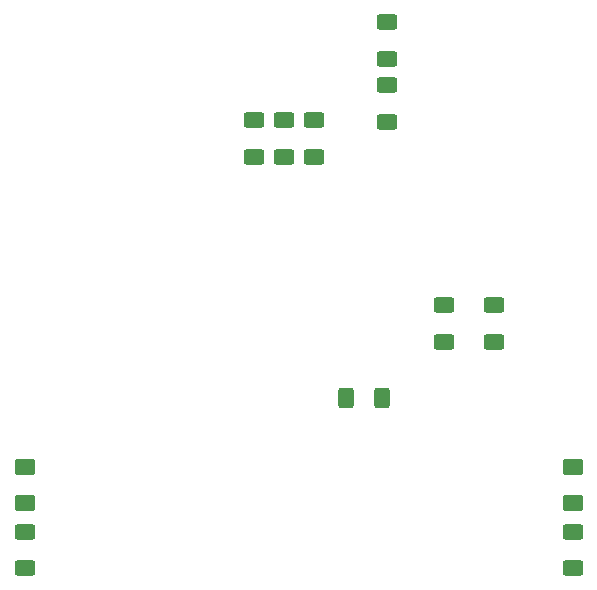
<source format=gbr>
%TF.GenerationSoftware,KiCad,Pcbnew,(7.0.0-0)*%
%TF.CreationDate,2023-06-23T15:16:10+02:00*%
%TF.ProjectId,RCcar,52436361-722e-46b6-9963-61645f706362,rev?*%
%TF.SameCoordinates,Original*%
%TF.FileFunction,Paste,Top*%
%TF.FilePolarity,Positive*%
%FSLAX46Y46*%
G04 Gerber Fmt 4.6, Leading zero omitted, Abs format (unit mm)*
G04 Created by KiCad (PCBNEW (7.0.0-0)) date 2023-06-23 15:16:10*
%MOMM*%
%LPD*%
G01*
G04 APERTURE LIST*
G04 Aperture macros list*
%AMRoundRect*
0 Rectangle with rounded corners*
0 $1 Rounding radius*
0 $2 $3 $4 $5 $6 $7 $8 $9 X,Y pos of 4 corners*
0 Add a 4 corners polygon primitive as box body*
4,1,4,$2,$3,$4,$5,$6,$7,$8,$9,$2,$3,0*
0 Add four circle primitives for the rounded corners*
1,1,$1+$1,$2,$3*
1,1,$1+$1,$4,$5*
1,1,$1+$1,$6,$7*
1,1,$1+$1,$8,$9*
0 Add four rect primitives between the rounded corners*
20,1,$1+$1,$2,$3,$4,$5,0*
20,1,$1+$1,$4,$5,$6,$7,0*
20,1,$1+$1,$6,$7,$8,$9,0*
20,1,$1+$1,$8,$9,$2,$3,0*%
G04 Aperture macros list end*
%ADD10RoundRect,0.250000X0.625000X-0.400000X0.625000X0.400000X-0.625000X0.400000X-0.625000X-0.400000X0*%
%ADD11RoundRect,0.250001X-0.624999X0.462499X-0.624999X-0.462499X0.624999X-0.462499X0.624999X0.462499X0*%
%ADD12RoundRect,0.250000X-0.625000X0.400000X-0.625000X-0.400000X0.625000X-0.400000X0.625000X0.400000X0*%
%ADD13RoundRect,0.250000X0.400000X0.625000X-0.400000X0.625000X-0.400000X-0.625000X0.400000X-0.625000X0*%
G04 APERTURE END LIST*
D10*
%TO.C,R12*%
X68700000Y-75600000D03*
X68700000Y-72500000D03*
%TD*%
%TO.C,R15*%
X79600000Y-94800000D03*
X79600000Y-91700000D03*
%TD*%
D11*
%TO.C,D3*%
X79600000Y-86262500D03*
X79600000Y-89237500D03*
%TD*%
D10*
%TO.C,R1*%
X33200000Y-94800000D03*
X33200000Y-91700000D03*
%TD*%
D12*
%TO.C,R5*%
X63900000Y-53900000D03*
X63900000Y-57000000D03*
%TD*%
%TO.C,R19*%
X57700000Y-56850000D03*
X57700000Y-59950000D03*
%TD*%
D11*
%TO.C,D1*%
X33200000Y-86262500D03*
X33200000Y-89237500D03*
%TD*%
D12*
%TO.C,R18*%
X55150000Y-56850000D03*
X55150000Y-59950000D03*
%TD*%
%TO.C,R14*%
X72950000Y-72500000D03*
X72950000Y-75600000D03*
%TD*%
%TO.C,R17*%
X52600000Y-56850000D03*
X52600000Y-59950000D03*
%TD*%
D10*
%TO.C,R4*%
X63900000Y-51650000D03*
X63900000Y-48550000D03*
%TD*%
D13*
%TO.C,R13*%
X63500000Y-80350000D03*
X60400000Y-80350000D03*
%TD*%
M02*

</source>
